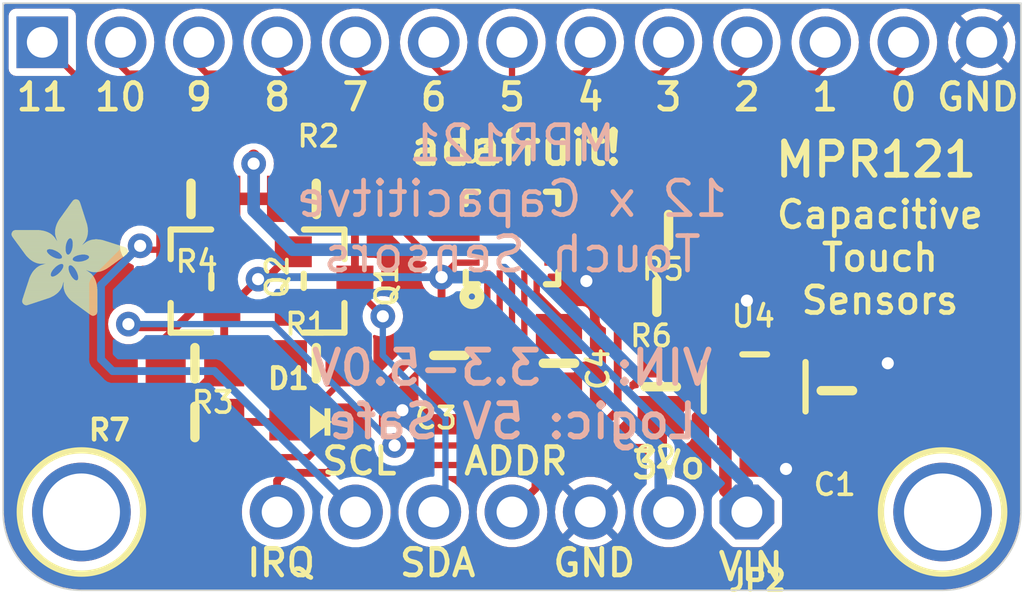
<source format=kicad_pcb>
(kicad_pcb (version 20221018) (generator pcbnew)
  (layers (0 "F.Cu" signal) (31 "B.Cu" signal) (34 "B.Paste" user) (35 "F.Paste" user) (36 "B.SilkS" user "B.Silkscreen") (37 "F.SilkS" user "F.Silkscreen") (38 "B.Mask" user) (39 "F.Mask" user) (44 "Edge.Cuts" user))
  (net 0 "")
  (net 1 "3.3V")
  (net 2 "GND")
  (net 3 "SCL_3V")
  (net 4 "SDA_3V")
  (net 5 "VIN")
  (net 6 "SDA_5V")
  (net 7 "SCL_5V")
  (net 8 "N$2")
  (net 9 "N$3")
  (net 10 "IRQ")
  (net 11 "ELEC0")
  (net 12 "ELEC1")
  (net 13 "ELEC2")
  (net 14 "ELEC3")
  (net 15 "ELEC4")
  (net 16 "ELEC5")
  (net 17 "ELEC6")
  (net 18 "ELEC7")
  (net 19 "ELEC8")
  (net 20 "ELEC9")
  (net 21 "ELEC10")
  (net 22 "ELEC11")
  (net 23 "N$1")
  (net 24 "ADDR")
  (footprint "working:0805-NO" (layer "F.Cu") (at 153.3271 107.9246 90)
    (fp_text reference "C2" (at -2.286 0.5715) (layer "F.SilkS") (effects (font (size 0.692831 0.692831) (thickness 0.119969)) (justify right)))
    (fp_text value "10uF")
    (pad "1" smd rect (at -0.95 0 90) (size 1.3 1.5) (layers "F.Cu" "F.Paste" "F.Mask") (net 1 "3.3V"))
    (pad "2" smd rect (at 0.95 0 90) (size 1.3 1.5) (layers "F.Cu" "F.Paste" "F.Mask") (net 2 "GND"))
  )
  (footprint "working:MOUNTINGHOLE_2.5_PLATED" (layer "F.Cu") (at 134.5311 111.9886 180)
    (fp_text reference "U$10" hide)
    (fp_text value "MOUNTINGHOLE2.5" hide)
    (pad "P$1" thru_hole circle (at 0 0 180) (size 3.2 3.2) (drill 2.5) (layers "*.Cu" "*.Mask"))
    (zone (net 0) (net_name "") (layer "F.Cu") (connect_pads (clearance 0)) (min_thickness 0.25)
      (keepout (tracks not_allowed) (vias not_allowed) (pads not_allowed) (copperpour not_allowed) (footprints allowed))
      (fill (thermal_gap 0.5) (thermal_bridge_width 0.5))
      (polygon (pts (xy 132.5151 111.9886) (xy 132.53472 112.269173) (xy 132.593196 112.544285) (xy 132.689392 112.808581) (xy 132.821435 113.056917) (xy 132.986754 113.28446) (xy 133.182133 113.48678) (xy 133.403767 113.65994) (xy 133.647344 113.800569) (xy 133.908122 113.90593) (xy 134.181025 113.973972) (xy 134.460743 114.003372) (xy 134.741829 113.993556) (xy 135.018815 113.944716) (xy 135.286307 113.857803) (xy 135.5391 113.734507) (xy 135.772274 113.57723) (xy 135.981289 113.389031) (xy 136.162078 113.173575) (xy 136.311122 112.935055) (xy 136.42552 112.678113) (xy 136.503046 112.40775) (xy 136.542189 112.129229) (xy 136.542189 111.847971) (xy 136.503046 111.56945) (xy 136.42552 111.299087) (xy 136.311122 111.042145) (xy 136.162078 110.803625) (xy 135.981289 110.588169) (xy 135.772274 110.39997) (xy 135.5391 110.242693) (xy 135.286307 110.119397) (xy 135.018815 110.032484) (xy 134.741829 109.983644) (xy 134.460743 109.973828) (xy 134.181025 110.003228) (xy 133.908122 110.07127) (xy 133.647344 110.176631) (xy 133.403767 110.31726) (xy 133.182133 110.49042) (xy 132.986754 110.69274) (xy 132.821435 110.920283) (xy 132.689392 111.168619) (xy 132.593196 111.432915) (xy 132.53472 111.708027)))
      (polygon (pts (xy 134.5471 111.9886) (xy 134.542414 111.977286) (xy 134.5311 111.9726) (xy 134.519786 111.977286) (xy 134.5151 111.9886) (xy 134.519786 111.999914) (xy 134.5311 112.0046) (xy 134.542414 111.999914)))
    )
    (zone (net 0) (net_name "") (layer "B.Cu") (connect_pads (clearance 0)) (min_thickness 0.25)
      (keepout (tracks not_allowed) (vias not_allowed) (pads not_allowed) (copperpour not_allowed) (footprints allowed))
      (fill (thermal_gap 0.5) (thermal_bridge_width 0.5))
      (polygon (pts (xy 132.5151 111.9886) (xy 132.53472 112.269173) (xy 132.593196 112.544285) (xy 132.689392 112.808581) (xy 132.821435 113.056917) (xy 132.986754 113.28446) (xy 133.182133 113.48678) (xy 133.403767 113.65994) (xy 133.647344 113.800569) (xy 133.908122 113.90593) (xy 134.181025 113.973972) (xy 134.460743 114.003372) (xy 134.741829 113.993556) (xy 135.018815 113.944716) (xy 135.286307 113.857803) (xy 135.5391 113.734507) (xy 135.772274 113.57723) (xy 135.981289 113.389031) (xy 136.162078 113.173575) (xy 136.311122 112.935055) (xy 136.42552 112.678113) (xy 136.503046 112.40775) (xy 136.542189 112.129229) (xy 136.542189 111.847971) (xy 136.503046 111.56945) (xy 136.42552 111.299087) (xy 136.311122 111.042145) (xy 136.162078 110.803625) (xy 135.981289 110.588169) (xy 135.772274 110.39997) (xy 135.5391 110.242693) (xy 135.286307 110.119397) (xy 135.018815 110.032484) (xy 134.741829 109.983644) (xy 134.460743 109.973828) (xy 134.181025 110.003228) (xy 133.908122 110.07127) (xy 133.647344 110.176631) (xy 133.403767 110.31726) (xy 133.182133 110.49042) (xy 132.986754 110.69274) (xy 132.821435 110.920283) (xy 132.689392 111.168619) (xy 132.593196 111.432915) (xy 132.53472 111.708027)))
      (polygon (pts (xy 134.5471 111.9886) (xy 134.542414 111.977286) (xy 134.5311 111.9726) (xy 134.519786 111.977286) (xy 134.5151 111.9886) (xy 134.519786 111.999914) (xy 134.5311 112.0046) (xy 134.542414 111.999914)))
    )
  )
  (footprint "working:CHIPLED_0805_NOOUTLINE" (layer "F.Cu") (at 142.2781 109.0676 -90)
    (fp_text reference "D1" (at -1.016 1.778) (layer "F.SilkS") (effects (font (size 0.666496 0.666496) (thickness 0.146304)) (justify left bottom)))
    (fp_text value "RED")
    (pad "A" smd rect (at 0 1.05 270) (size 1.2 1.2) (layers "F.Cu" "F.Paste" "F.Mask") (net 23 "N$1"))
    (pad "C" smd rect (at 0 -1.05 270) (size 1.2 1.2) (layers "F.Cu" "F.Paste" "F.Mask") (net 10 "IRQ"))
  )
  (footprint "working:FIDUCIAL_1MM" (layer "F.Cu") (at 133.3881 100.3046 180)
    (fp_text reference "FID2" hide)
    (fp_text value "FIDUCIAL\"\"" hide)
    (pad "1" smd roundrect (at 0 0 180) (size 1 1) (layers "F.Cu" "F.Mask") (roundrect_rratio 0.5))
  )
  (footprint "working:0805-NO" (layer "F.Cu") (at 138.2141 109.0676 180)
    (fp_text reference "R7" (at 2.032 0.127 180) (layer "F.SilkS") (effects (font (size 0.666496 0.666496) (thickness 0.146304)) (justify right top)))
    (fp_text value "1K")
    (pad "1" smd rect (at -0.95 0 180) (size 1.3 1.5) (layers "F.Cu" "F.Paste" "F.Mask") (net 23 "N$1"))
    (pad "2" smd rect (at 0.95 0 180) (size 1.3 1.5) (layers "F.Cu" "F.Paste" "F.Mask") (net 1 "3.3V"))
  )
  (footprint "working:0805_10MGAP" (layer "F.Cu") (at 146.4691 106.9086 -90)
    (fp_text reference "C3" (at 2.032 -0.3175) (layer "F.SilkS") (effects (font (size 0.692831 0.692831) (thickness 0.119969)) (justify right)))
    (fp_text value "0.1uF")
    (pad "1" smd rect (at -1.05 0 270) (size 1.2 1.5) (layers "F.Cu" "F.Paste" "F.Mask") (net 1 "3.3V"))
    (pad "2" smd rect (at 1.05 0 270) (size 1.2 1.5) (layers "F.Cu" "F.Paste" "F.Mask") (net 2 "GND"))
  )
  (footprint "working:1X13_ROUND_70" (layer "F.Cu") (at 148.5011 96.7486)
    (fp_text reference "JP1" hide)
    (fp_text value "")
    (pad "1" thru_hole rect (at -15.24 0 90) (size 1.6764 1.6764) (drill 1) (layers "*.Cu" "*.Mask") (net 22 "ELEC11"))
    (pad "2" thru_hole circle (at -12.7 0 90) (size 1.6764 1.6764) (drill 1) (layers "*.Cu" "*.Mask") (net 21 "ELEC10"))
    (pad "3" thru_hole circle (at -10.16 0 90) (size 1.6764 1.6764) (drill 1) (layers "*.Cu" "*.Mask") (net 20 "ELEC9"))
    (pad "4" thru_hole circle (at -7.62 0 90) (size 1.6764 1.6764) (drill 1) (layers "*.Cu" "*.Mask") (net 19 "ELEC8"))
    (pad "5" thru_hole circle (at -5.08 0 90) (size 1.6764 1.6764) (drill 1) (layers "*.Cu" "*.Mask") (net 18 "ELEC7"))
    (pad "6" thru_hole circle (at -2.54 0 90) (size 1.6764 1.6764) (drill 1) (layers "*.Cu" "*.Mask") (net 17 "ELEC6"))
    (pad "7" thru_hole circle (at 0 0 90) (size 1.6764 1.6764) (drill 1) (layers "*.Cu" "*.Mask") (net 16 "ELEC5"))
    (pad "8" thru_hole circle (at 2.54 0 90) (size 1.6764 1.6764) (drill 1) (layers "*.Cu" "*.Mask") (net 15 "ELEC4"))
    (pad "9" thru_hole circle (at 5.08 0 90) (size 1.6764 1.6764) (drill 1) (layers "*.Cu" "*.Mask") (net 14 "ELEC3"))
    (pad "10" thru_hole circle (at 7.62 0 90) (size 1.6764 1.6764) (drill 1) (layers "*.Cu" "*.Mask") (net 13 "ELEC2"))
    (pad "11" thru_hole circle (at 10.16 0 90) (size 1.6764 1.6764) (drill 1) (layers "*.Cu" "*.Mask") (net 12 "ELEC1"))
    (pad "12" thru_hole circle (at 12.7 0 90) (size 1.6764 1.6764) (drill 1) (layers "*.Cu" "*.Mask") (net 11 "ELEC0"))
    (pad "13" thru_hole circle (at 15.24 0 90) (size 1.6764 1.6764) (drill 1) (layers "*.Cu" "*.Mask") (net 2 "GND"))
  )
  (footprint "working:0805-NO" (layer "F.Cu") (at 142.1511 107.1626 180)
    (fp_text reference "R1" (at 1.0795 1.27) (layer "F.SilkS") (effects (font (size 0.692831 0.692831) (thickness 0.119969)) (justify left)))
    (fp_text value "10K")
    (pad "1" smd rect (at -0.95 0 180) (size 1.3 1.5) (layers "F.Cu" "F.Paste" "F.Mask") (net 4 "SDA_3V"))
    (pad "2" smd rect (at 0.95 0 180) (size 1.3 1.5) (layers "F.Cu" "F.Paste" "F.Mask") (net 1 "3.3V"))
  )
  (footprint "working:0805-NO" (layer "F.Cu") (at 150.0251 107.1626 -90)
    (fp_text reference "C4" (at -0.5715 -1.27 90) (layer "F.SilkS") (effects (font (size 0.692831 0.692831) (thickness 0.119969)) (justify right)))
    (fp_text value "0.1uF")
    (pad "1" smd rect (at -0.95 0 270) (size 1.3 1.5) (layers "F.Cu" "F.Paste" "F.Mask") (net 8 "N$2"))
    (pad "2" smd rect (at 0.95 0 270) (size 1.3 1.5) (layers "F.Cu" "F.Paste" "F.Mask") (net 2 "GND"))
  )
  (footprint "working:0805-NO" (layer "F.Cu") (at 153.2001 105.0036 180)
    (fp_text reference "R6" (at -0.5715 -1.27) (layer "F.SilkS") (effects (font (size 0.692831 0.692831) (thickness 0.119969)) (justify right)))
    (fp_text value "100K")
    (pad "1" smd rect (at -0.95 0 180) (size 1.3 1.5) (layers "F.Cu" "F.Paste" "F.Mask") (net 2 "GND"))
    (pad "2" smd rect (at 0.95 0 180) (size 1.3 1.5) (layers "F.Cu" "F.Paste" "F.Mask") (net 24 "ADDR"))
  )
  (footprint "working:SOT23-5" (layer "F.Cu") (at 156.3751 107.9246)
    (fp_text reference "U4" (at -0.816 -2.286) (layer "F.SilkS") (effects (font (size 0.692831 0.692831) (thickness 0.119969)) (justify left)))
    (fp_text value "MIC5225-3.3")
    (pad "1" smd rect (at -0.95 1.3001) (size 0.55 1.2) (layers "F.Cu" "F.Paste" "F.Mask") (net 5 "VIN"))
    (pad "2" smd rect (at 0 1.3001) (size 0.55 1.2) (layers "F.Cu" "F.Paste" "F.Mask") (net 2 "GND"))
    (pad "3" smd rect (at 0.95 1.3001) (size 0.55 1.2) (layers "F.Cu" "F.Paste" "F.Mask") (net 5 "VIN"))
    (pad "4" smd rect (at 0.95 -1.3001) (size 0.55 1.2) (layers "F.Cu" "F.Paste" "F.Mask"))
    (pad "5" smd rect (at -0.95 -1.3001) (size 0.55 1.2) (layers "F.Cu" "F.Paste" "F.Mask") (net 1 "3.3V"))
  )
  (footprint "working:SOT23-WIDE" (layer "F.Cu") (at 138.0871 104.4956 90)
    (fp_text reference "Q2" (at -0.635 2.794 90) (layer "F.SilkS") (effects (font (size 0.692831 0.692831) (thickness 0.119969)) (justify left)))
    (fp_text value "BSS138")
    (pad "1" smd rect (at -0.95 1 90) (size 1 1.2) (layers "F.Cu" "F.Paste" "F.Mask") (net 1 "3.3V"))
    (pad "2" smd rect (at 0.95 1 90) (size 1 1.2) (layers "F.Cu" "F.Paste" "F.Mask") (net 3 "SCL_3V"))
    (pad "3" smd rect (at 0 -1 90) (size 1 1.2) (layers "F.Cu" "F.Paste" "F.Mask") (net 7 "SCL_5V"))
  )
  (footprint "working:0805-NO" (layer "F.Cu") (at 159.0421 108.0516 90)
    (fp_text reference "C1" (at -3.048 -0.8255) (layer "F.SilkS") (effects (font (size 0.692831 0.692831) (thickness 0.119969)) (justify left)))
    (fp_text value "10uF")
    (pad "1" smd rect (at -0.95 0 90) (size 1.3 1.5) (layers "F.Cu" "F.Paste" "F.Mask") (net 5 "VIN"))
    (pad "2" smd rect (at 0.95 0 90) (size 1.3 1.5) (layers "F.Cu" "F.Paste" "F.Mask") (net 2 "GND"))
  )
  (footprint "working:0805-NO" (layer "F.Cu") (at 138.0871 101.8286)
    (fp_text reference "R4" (at -0.5715 2.032) (layer "F.SilkS") (effects (font (size 0.692831 0.692831) (thickness 0.119969)) (justify left)))
    (fp_text value "10K")
    (pad "1" smd rect (at -0.95 0) (size 1.3 1.5) (layers "F.Cu" "F.Paste" "F.Mask") (net 7 "SCL_5V"))
    (pad "2" smd rect (at 0.95 0) (size 1.3 1.5) (layers "F.Cu" "F.Paste" "F.Mask") (net 5 "VIN"))
  )
  (footprint "working:1X07_ROUND_70" (layer "F.Cu") (at 148.5011 111.9886 180)
    (fp_text reference "JP2" (at -8.9662 -1.8288 180) (layer "F.SilkS") (effects (font (size 0.666496 0.666496) (thickness 0.146304)) (justify right top)))
    (fp_text value "")
    (pad "1" thru_hole roundrect (at -7.62 0 270) (size 1.778 1.778) (drill 1) (layers "*.Cu" "*.Mask") (chamfer_ratio 0.2928932188) (chamfer top_left top_right bottom_left bottom_right) (net 5 "VIN"))
    (pad "2" thru_hole circle (at -5.08 0 270) (size 1.778 1.778) (drill 1) (layers "*.Cu" "*.Mask") (net 1 "3.3V"))
    (pad "3" thru_hole circle (at -2.54 0 270) (size 1.778 1.778) (drill 1) (layers "*.Cu" "*.Mask") (net 2 "GND"))
    (pad "4" thru_hole circle (at 0 0 270) (size 1.778 1.778) (drill 1) (layers "*.Cu" "*.Mask") (net 24 "ADDR"))
    (pad "5" thru_hole circle (at 2.54 0 270) (size 1.778 1.778) (drill 1) (layers "*.Cu" "*.Mask") (net 6 "SDA_5V"))
    (pad "6" thru_hole circle (at 5.08 0 270) (size 1.778 1.778) (drill 1) (layers "*.Cu" "*.Mask") (net 7 "SCL_5V"))
    (pad "7" thru_hole circle (at 7.62 0 270) (size 1.778 1.778) (drill 1) (layers "*.Cu" "*.Mask") (net 10 "IRQ"))
  )
  (footprint "working:0805-NO" (layer "F.Cu") (at 138.2141 107.1626)
    (fp_text reference "R3" (at 1.3335 1.27) (layer "F.SilkS") (effects (font (size 0.692831 0.692831) (thickness 0.119969)) (justify right)))
    (fp_text value "10K")
    (pad "1" smd rect (at -0.95 0) (size 1.3 1.5) (layers "F.Cu" "F.Paste" "F.Mask") (net 3 "SCL_3V"))
    (pad "2" smd rect (at 0.95 0) (size 1.3 1.5) (layers "F.Cu" "F.Paste" "F.Mask") (net 1 "3.3V"))
  )
  (footprint "working:FIDUCIAL_1MM" (layer "F.Cu") (at 163.4871 108.6866 180)
    (fp_text reference "FID1" hide)
    (fp_text value "FIDUCIAL\"\"" hide)
    (pad "1" smd roundrect (at 0 0 180) (size 1 1) (layers "F.Cu" "F.Mask") (roundrect_rratio 0.5))
  )
  (footprint "working:QFN20_3MM_NOTHERMAL" (layer "F.Cu") (at 148.5011 103.0986 90)
    (fp_text reference "U1" (at 2.794 -0.254) (layer "F.SilkS") (effects (font (size 0.692831 0.692831) (thickness 0.119969)) (justify right)))
    (fp_text value "")
    (pad "1" smd rect (at -1.4 -0.8 270) (size 0.7 0.2) (layers "F.Cu" "F.Paste" "F.Mask") (net 10 "IRQ"))
    (pad "2" smd rect (at -1.4 -0.4 270) (size 0.7 0.2) (layers "F.Cu" "F.Paste" "F.Mask") (net 3 "SCL_3V"))
    (pad "3" smd rect (at -1.4 0 270) (size 0.7 0.2) (layers "F.Cu" "F.Paste" "F.Mask") (net 4 "SDA_3V"))
    (pad "4" smd rect (at -1.4 0.4 270) (size 0.7 0.2) (layers "F.Cu" "F.Paste" "F.Mask") (net 24 "ADDR"))
    (pad "5" smd rect (at -1.4 0.8 270) (size 0.7 0.2) (layers "F.Cu" "F.Paste" "F.Mask") (net 8 "N$2"))
    (pad "6" smd rect (at -0.8 1.4 180) (size 0.7 0.2) (layers "F.Cu" "F.Paste" "F.Mask") (net 2 "GND"))
    (pad "7" smd rect (at -0.4 1.4 180) (size 0.7 0.2) (layers "F.Cu" "F.Paste" "F.Mask") (net 9 "N$3"))
    (pad "8" smd rect (at 0 1.4 180) (size 0.7 0.2) (layers "F.Cu" "F.Paste" "F.Mask") (net 11 "ELEC0"))
    (pad "9" smd rect (at 0.4 1.4 180) (size 0.7 0.2) (layers "F.Cu" "F.Paste" "F.Mask") (net 12 "ELEC1"))
    (pad "10" smd rect (at 0.8 1.4 180) (size 0.7 0.2) (layers "F.Cu" "F.Paste" "F.Mask") (net 13 "ELEC2"))
    (pad "11" smd rect (at 1.4 0.8 270) (size 0.7 0.2) (layers "F.Cu" "F.Paste" "F.Mask") (net 14 "ELEC3"))
    (pad "12" smd rect (at 1.4 0.4 270) (size 0.7 0.2) (layers "F.Cu" "F.Paste" "F.Mask") (net 15 "ELEC4"))
    (pad "13" smd rect (at 1.4 0 270) (size 0.7 0.2) (layers "F.Cu" "F.Paste" "F.Mask") (net 16 "ELEC5"))
    (pad "14" smd rect (at 1.4 -0.4 270) (size 0.7 0.2) (layers "F.Cu" "F.Paste" "F.Mask") (net 17 "ELEC6"))
    (pad "15" smd rect (at 1.4 -0.8 270) (size 0.7 0.2) (layers "F.Cu" "F.Paste" "F.Mask") (net 18 "ELEC7"))
    (pad "16" smd rect (at 0.8 -1.4 180) (size 0.7 0.2) (layers "F.Cu" "F.Paste" "F.Mask") (net 19 "ELEC8"))
    (pad "17" smd rect (at 0.4 -1.4 180) (size 0.7 0.2) (layers "F.Cu" "F.Paste" "F.Mask") (net 20 "ELEC9"))
    (pad "18" smd rect (at 0 -1.4 180) (size 0.7 0.2) (layers "F.Cu" "F.Paste" "F.Mask") (net 21 "ELEC10"))
    (pad "19" smd rect (at -0.4 -1.4 180) (size 0.7 0.2) (layers "F.Cu" "F.Paste" "F.Mask") (net 22 "ELEC11"))
    (pad "20" smd rect (at -0.8 -1.4 180) (size 0.7 0.2) (layers "F.Cu" "F.Paste" "F.Mask") (net 1 "3.3V"))
  )
  (footprint "working:MOUNTINGHOLE_2.5_PLATED" (layer "F.Cu") (at 162.4711 111.9886 180)
    (fp_text reference "U$11" hide)
    (fp_text value "MOUNTINGHOLE2.5" hide)
    (pad "P$1" thru_hole circle (at 0 0 180) (size 3.2 3.2) (drill 2.5) (layers "*.Cu" "*.Mask"))
    (zone (net 0) (net_name "") (layer "F.Cu") (connect_pads (clearance 0)) (min_thickness 0.25)
      (keepout (tracks not_allowed) (vias not_allowed) (pads not_allowed) (copperpour not_allowed) (footprints allowed))
      (fill (thermal_gap 0.5) (thermal_bridge_width 0.5))
      (polygon (pts (xy 160.4551 111.9886) (xy 160.47472 112.269173) (xy 160.533196 112.544285) (xy 160.629392 112.808581) (xy 160.761435 113.056917) (xy 160.926754 113.28446) (xy 161.122133 113.48678) (xy 161.343767 113.65994) (xy 161.587344 113.800569) (xy 161.848122 113.90593) (xy 162.121025 113.973972) (xy 162.400743 114.003372) (xy 162.681829 113.993556) (xy 162.958815 113.944716) (xy 163.226307 113.857803) (xy 163.4791 113.734507) (xy 163.712274 113.57723) (xy 163.921289 113.389031) (xy 164.102078 113.173575) (xy 164.251122 112.935055) (xy 164.36552 112.678113) (xy 164.443046 112.40775) (xy 164.482189 112.129229) (xy 164.482189 111.847971) (xy 164.443046 111.56945) (xy 164.36552 111.299087) (xy 164.251122 111.042145) (xy 164.102078 110.803625) (xy 163.921289 110.588169) (xy 163.712274 110.39997) (xy 163.4791 110.242693) (xy 163.226307 110.119397) (xy 162.958815 110.032484) (xy 162.681829 109.983644) (xy 162.400743 109.973828) (xy 162.121025 110.003228) (xy 161.848122 110.07127) (xy 161.587344 110.176631) (xy 161.343767 110.31726) (xy 161.122133 110.49042) (xy 160.926754 110.69274) (xy 160.761435 110.920283) (xy 160.629392 111.168619) (xy 160.533196 111.432915) (xy 160.47472 111.708027)))
      (polygon (pts (xy 162.4871 111.9886) (xy 162.482414 111.977286) (xy 162.4711 111.9726) (xy 162.459786 111.977286) (xy 162.4551 111.9886) (xy 162.459786 111.999914) (xy 162.4711 112.0046) (xy 162.482414 111.999914)))
    )
    (zone (net 0) (net_name "") (layer "B.Cu") (connect_pads (clearance 0)) (min_thickness 0.25)
      (keepout (tracks not_allowed) (vias not_allowed) (pads not_allowed) (copperpour not_allowed) (footprints allowed))
      (fill (thermal_gap 0.5) (thermal_bridge_width 0.5))
      (polygon (pts (xy 160.4551 111.9886) (xy 160.47472 112.269173) (xy 160.533196 112.544285) (xy 160.629392 112.808581) (xy 160.761435 113.056917) (xy 160.926754 113.28446) (xy 161.122133 113.48678) (xy 161.343767 113.65994) (xy 161.587344 113.800569) (xy 161.848122 113.90593) (xy 162.121025 113.973972) (xy 162.400743 114.003372) (xy 162.681829 113.993556) (xy 162.958815 113.944716) (xy 163.226307 113.857803) (xy 163.4791 113.734507) (xy 163.712274 113.57723) (xy 163.921289 113.389031) (xy 164.102078 113.173575) (xy 164.251122 112.935055) (xy 164.36552 112.678113) (xy 164.443046 112.40775) (xy 164.482189 112.129229) (xy 164.482189 111.847971) (xy 164.443046 111.56945) (xy 164.36552 111.299087) (xy 164.251122 111.042145) (xy 164.102078 110.803625) (xy 163.921289 110.588169) (xy 163.712274 110.39997) (xy 163.4791 110.242693) (xy 163.226307 110.119397) (xy 162.958815 110.032484) (xy 162.681829 109.983644) (xy 162.400743 109.973828) (xy 162.121025 110.003228) (xy 161.848122 110.07127) (xy 161.587344 110.176631) (xy 161.343767 110.31726) (xy 161.122133 110.49042) (xy 160.926754 110.69274) (xy 160.761435 110.920283) (xy 160.629392 111.168619) (xy 160.533196 111.432915) (xy 160.47472 111.708027)))
      (polygon (pts (xy 162.4871 111.9886) (xy 162.482414 111.977286) (xy 162.4711 111.9726) (xy 162.459786 111.977286) (xy 162.4551 111.9886) (xy 162.459786 111.999914) (xy 162.4711 112.0046) (xy 162.482414 111.999914)))
    )
  )
  (footprint "working:ADAFRUIT_3.5MM" (layer "F.Cu") (at 132.2451 105.6386)
    (fp_text reference "U$14" hide)
    (fp_text value "" hide)
  )
  (footprint "working:0805-NO" (layer "F.Cu") (at 153.5811 102.8446 180)
    (fp_text reference "R5" (at -0.5715 -1.27) (layer "F.SilkS") (effects (font (size 0.692831 0.692831) (thickness 0.119969)) (justify right)))
    (fp_text value "75K")
    (pad "1" smd rect (at -0.95 0 180) (size 1.3 1.5) (layers "F.Cu" "F.Paste" "F.Mask") (net 2 "GND"))
    (pad "2" smd rect (at 0.95 0 180) (size 1.3 1.5) (layers "F.Cu" "F.Paste" "F.Mask") (net 9 "N$3"))
  )
  (footprint "working:SOT23-WIDE" (layer "F.Cu") (at 142.4051 104.4956 -90)
    (fp_text reference "Q1" (at -0.635 -2.032 90) (layer "F.SilkS") (effects (font (size 0.692831 0.692831) (thickness 0.119969)) (justify right)))
    (fp_text value "BSS138")
    (pad "1" smd rect (at -0.95 1 270) (size 1 1.2) (layers "F.Cu" "F.Paste" "F.Mask") (net 1 "3.3V"))
    (pad "2" smd rect (at 0.95 1 270) (size 1 1.2) (layers "F.Cu" "F.Paste" "F.Mask") (net 4 "SDA_3V"))
    (pad "3" smd rect (at 0 -1 270) (size 1 1.2) (layers "F.Cu" "F.Paste" "F.Mask") (net 6 "SDA_5V"))
  )
  (footprint "working:0805-NO" (layer "F.Cu") (at 142.1511 101.8286 180)
    (fp_text reference "R2" (at -0.8255 2.032) (layer "F.SilkS") (effects (font (size 0.692831 0.692831) (thickness 0.119969)) (justify right)))
    (fp_text value "10K")
    (pad "1" smd rect (at -0.95 0 180) (size 1.3 1.5) (layers "F.Cu" "F.Paste" "F.Mask") (net 6 "SDA_5V"))
    (pad "2" smd rect (at 0.95 0 180) (size 1.3 1.5) (layers "F.Cu" "F.Paste" "F.Mask") (net 5 "VIN"))
  )
  (gr_arc (start 134.5311 114.5286) (mid 132.735049 113.784651) (end 131.9911 111.9886) (stroke (width 0.05)) (layer "Edge.Cuts"))
  (gr_line (start 165.0111 95.4786) (end 165.0111 111.9886) (stroke (width 0.05)) (layer "Edge.Cuts"))
  (gr_arc (start 165.0111 111.9886) (mid 164.267151 113.784651) (end 162.4711 114.5286) (stroke (width 0.05)) (layer "Edge.Cuts"))
  (gr_line (start 131.9911 111.9886) (end 131.9911 95.4786) (stroke (width 0.05)) (layer "Edge.Cuts"))
  (gr_line (start 131.9911 95.4786) (end 165.0111 95.4786) (stroke (width 0.05)) (layer "Edge.Cuts"))
  (gr_line (start 162.4711 114.5286) (end 134.5311 114.5286) (stroke (width 0.05)) (layer "Edge.Cuts"))
  (gr_text "MPR121\n12 x Capacititve\nTouch Sensors" (at 148.5011 101.8286) (layer "B.SilkS") (effects (font (size 1.1176 1.1176) (thickness 0.1524)) (justify mirror)))
  (gr_text "VIN:   3.3-5.0V\nLogic: 5V Safe" (at 148.5011 108.1786) (layer "B.SilkS") (effects (font (size 1.0795 1.0795) (thickness 0.1905)) (justify mirror)))
  (gr_text "4" (at 151.0411 98.5266) (layer "F.SilkS") (effects (font (size 0.8636 0.8636) (thickness 0.1524))))
  (gr_text "10" (at 135.8011 98.5266) (layer "F.SilkS") (effects (font (size 0.8636 0.8636) (thickness 0.1524))))
  (gr_text "SDA" (at 146.0881 113.6396) (layer "F.SilkS") (effects (font (size 0.8636 0.8636) (thickness 0.1524))))
  (gr_text "9" (at 138.3411 98.5266) (layer "F.SilkS") (effects (font (size 0.8636 0.8636) (thickness 0.1524))))
  (gr_text "Capacitive\nTouch\nSensors" (at 160.4391 103.7336) (layer "F.SilkS") (effects (font (size 0.8636 0.8636) (thickness 0.1524))))
  (gr_text "adafruit!" (at 148.6281 100.1776) (layer "F.SilkS") (effects (font (size 1.0795 1.0795) (thickness 0.1905))))
  (gr_text "0" (at 161.2011 98.5266) (layer "F.SilkS") (effects (font (size 0.8636 0.8636) (thickness 0.1524))))
  (gr_text "IRQ" (at 141.0081 113.6396) (layer "F.SilkS") (effects (font (size 0.8636 0.8636) (thickness 0.1524))))
  (gr_text "6" (at 145.9611 98.5266) (layer "F.SilkS") (effects (font (size 0.8636 0.8636) (thickness 0.1524))))
  (gr_text "7" (at 143.4211 98.5266) (layer "F.SilkS") (effects (font (size 0.8636 0.8636) (thickness 0.1524))))
  (gr_text "SCL" (at 143.5481 110.3376) (layer "F.SilkS") (effects (font (size 0.8636 0.8636) (thickness 0.1524))))
  (gr_text "3Vo" (at 153.5811 110.4646) (layer "F.SilkS") (effects (font (size 0.8636 0.8636) (thickness 0.1524))))
  (gr_text "2" (at 156.1211 98.5266) (layer "F.SilkS") (effects (font (size 0.8636 0.8636) (thickness 0.1524))))
  (gr_text "3" (at 153.5811 98.5266) (layer "F.SilkS") (effects (font (size 0.8636 0.8636) (thickness 0.1524))))
  (gr_text "MPR121" (at 160.3121 100.5586) (layer "F.SilkS") (effects (font (size 1.0795 1.0795) (thickness 0.1905))))
  (gr_text "5" (at 148.5011 98.5266) (layer "F.SilkS") (effects (font (size 0.8636 0.8636) (thickness 0.1524))))
  (gr_text "1" (at 158.6611 98.5266) (layer "F.SilkS") (effects (font (size 0.8636 0.8636) (thickness 0.1524))))
  (gr_text "GND" (at 163.6141 98.5266) (layer "F.SilkS") (effects (font (size 0.8636 0.8636) (thickness 0.1524))))
  (gr_text "GND" (at 151.1681 113.6396) (layer "F.SilkS") (effects (font (size 0.8636 0.8636) (thickness 0.1524))))
  (gr_text "ADDR" (at 148.6281 110.3376) (layer "F.SilkS") (effects (font (size 0.8636 0.8636) (thickness 0.1524))))
  (gr_text "VIN" (at 156.2481 113.7666) (layer "F.SilkS") (effects (font (size 0.8636 0.8636) (thickness 0.1524))))
  (gr_text "11" (at 133.2611 98.5266) (layer "F.SilkS") (effects (font (size 0.8636 0.8636) (thickness 0.1524))))
  (gr_text "8" (at 140.8811 98.5266) (layer "F.SilkS") (effects (font (size 0.8636 0.8636) (thickness 0.1524))))
  (segment (start 139.1641 107.1626) (end 141.2011 107.1626) (width 0.254) (layer "F.Cu") (net 1))
  (segment (start 155.4251 107.0966) (end 153.6471 108.8746) (width 0.4064) (layer "F.Cu") (net 1))
  (segment (start 139.2511 105.4456) (end 139.0871 105.4456) (width 0.254) (layer "F.Cu") (net 1))
  (segment (start 139.1641 107.1676) (end 139.1641 107.1626) (width 0.254) (layer "F.Cu") (net 1))
  (segment (start 140.26249 104.43421) (end 139.2511 105.4456) (width 0.254) (layer "F.Cu") (net 1))
  (segment (start 140.51649 104.43421) (end 140.26249 104.43421) (width 0.254) (layer "F.Cu") (net 1))
  (segment (start 155.4251 106.6245) (end 155.4251 107.0966) (width 0.4064) (layer "F.Cu") (net 1))
  (segment (start 146.2151 105.6386) (end 146.2151 104.3686) (width 0.254) (layer "F.Cu") (net 1))
  (segment (start 141.4051 103.5456) (end 140.51649 104.43421) (width 0.254) (layer "F.Cu") (net 1))
  (segment (start 146.6851 103.8986) (end 146.2151 104.3686) (width 0.2032) (layer "F.Cu") (net 1))
  (segment (start 139.0871 105.4456) (end 139.1641 105.3686) (width 0.254) (layer "F.Cu") (net 1))
  (segment (start 153.3271 111.7346) (end 153.5811 111.9886) (width 0.4064) (layer "F.Cu") (net 1))
  (segment (start 139.1641 105.3686) (end 139.1641 107.1626) (width 0.254) (layer "F.Cu") (net 1))
  (segment (start 137.2641 109.0676) (end 139.1641 107.1676) (width 0.254) (layer "F.Cu") (net 1))
  (segment (start 153.6471 108.8746) (end 153.3271 108.8746) (width 0.4064) (layer "F.Cu") (net 1))
  (segment (start 146.2151 105.6386) (end 146.4691 105.8926) (width 0.254) (layer "F.Cu") (net 1))
  (segment (start 146.4691 105.8926) (end 146.4691 105.8586) (width 0.254) (layer "F.Cu") (net 1))
  (segment (start 153.3271 111.7346) (end 153.3271 108.8746) (width 0.4064) (layer "F.Cu") (net 1))
  (segment (start 147.1011 103.8986) (end 146.6851 103.8986) (width 0.2032) (layer "F.Cu") (net 1))
  (via (at 140.26249 104.43421) (size 0.8001) (drill 0.3937) (layers "F.Cu" "B.Cu") (net 1))
  (via (at 146.2151 104.3686) (size 0.8064) (drill 0.4) (layers "F.Cu" "B.Cu") (net 1))
  (segment (start 153.3271 109.9566) (end 153.3271 111.7346) (width 0.4064) (layer "B.Cu") (net 1))
  (segment (start 147.7391 104.3686) (end 153.3271 109.9566) (width 0.4064) (layer "B.Cu") (net 1))
  (segment (start 140.26249 104.43421) (end 140.3281 104.3686) (width 0.254) (layer "B.Cu") (net 1))
  (segment (start 153.3271 111.7346) (end 153.5811 111.9886) (width 0.4064) (layer "B.Cu") (net 1))
  (segment (start 140.3281 104.3686) (end 146.2151 104.3686) (width 0.254) (layer "B.Cu") (net 1))
  (segment (start 146.2151 104.3686) (end 147.7391 104.3686) (width 0.4064) (layer "B.Cu") (net 1))
  (segment (start 154.1501 105.0086) (end 154.1501 105.0036) (width 0.4064) (layer "F.Cu") (net 2))
  (segment (start 153.9621 105.1966) (end 154.1501 105.0086) (width 0.4064) (layer "F.Cu") (net 2))
  (segment (start 153.3271 106.9746) (end 153.3271 106.5276) (width 0.4064) (layer "F.Cu") (net 2))
  (segment (start 153.9621 105.8926) (end 153.9621 105.1966) (width 0.4064) (layer "F.Cu") (net 2))
  (segment (start 153.3271 106.5276) (end 153.9621 105.8926) (width 0.4064) (layer "F.Cu") (net 2))
  (via (at 144.9451 108.6866) (size 0.8001) (drill 0.3937) (layers "F.Cu" "B.Cu") (net 2))
  (via (at 156.1211 105.1306) (size 0.8001) (drill 0.3937) (layers "F.Cu" "B.Cu") (net 2))
  (via (at 150.9141 104.4956) (size 0.8001) (drill 0.3937) (layers "F.Cu" "B.Cu") (net 2))
  (via (at 157.3911 110.5916) (size 0.8001) (drill 0.3937) (layers "F.Cu" "B.Cu") (net 2))
  (via (at 160.6931 107.1626) (size 0.8001) (drill 0.3937) (layers "F.Cu" "B.Cu") (net 2))
  (segment (start 136.1821 106.0196) (end 137.5791 106.0196) (width 0.2032) (layer "F.Cu") (net 3))
  (segment (start 138.0871 105.5116) (end 137.5791 106.0196) (width 0.254) (layer "F.Cu") (net 3))
  (segment (start 138.0871 104.5456) (end 138.0871 105.5116) (width 0.254) (layer "F.Cu") (net 3))
  (segment (start 148.1011 104.4986) (end 148.1011 108.8326) (width 0.2032) (layer "F.Cu") (net 3))
  (segment (start 137.5791 106.0196) (end 137.2641 106.3346) (width 0.254) (layer "F.Cu") (net 3))
  (segment (start 148.1011 108.8326) (end 147.1041 109.8296) (width 0.2032) (layer "F.Cu") (net 3))
  (segment (start 137.2641 107.1626) (end 137.1371 107.2896) (width 0.254) (layer "F.Cu") (net 3))
  (segment (start 136.0551 105.8926) (end 136.1821 106.0196) (width 0.2032) (layer "F.Cu") (net 3))
  (segment (start 137.2641 106.3346) (end 137.2641 107.1626) (width 0.254) (layer "F.Cu") (net 3))
  (segment (start 139.0871 103.5456) (end 138.0871 104.5456) (width 0.254) (layer "F.Cu") (net 3))
  (segment (start 147.1041 109.8296) (end 144.6911 109.8296) (width 0.2032) (layer "F.Cu") (net 3))
  (via (at 136.0551 105.8926) (size 0.8001) (drill 0.3937) (layers "F.Cu" "B.Cu") (net 3))
  (via (at 144.6911 109.8296) (size 0.8001) (drill 0.3937) (layers "F.Cu" "B.Cu") (net 3))
  (segment (start 144.6911 109.8296) (end 140.7541 105.8926) (width 0.2032) (layer "B.Cu") (net 3))
  (segment (start 140.7541 105.8926) (end 136.0551 105.8926) (width 0.2032) (layer "B.Cu") (net 3))
  (segment (start 142.9131 107.7976) (end 142.9131 107.3506) (width 0.2032) (layer "F.Cu") (net 4))
  (segment (start 140.3731 113.3856) (end 139.6111 112.6236) (width 0.254) (layer "F.Cu") (net 4))
  (segment (start 144.6911 110.9726) (end 144.6911 112.8776) (width 0.254) (layer "F.Cu") (net 4))
  (segment (start 139.6111 112.6236) (end 139.6111 110.5916) (width 0.254) (layer "F.Cu") (net 4))
  (segment (start 148.5011 109.7026) (end 148.5011 109.5756) (width 0.2032) (layer "F.Cu") (net 4))
  (segment (start 139.9286 110.2741) (end 139.9921 110.2106) (width 0.2032) (layer "F.Cu") (net 4))
  (segment (start 147.7391 110.4646) (end 145.1991 110.4646) (width 0.2032) (layer "F.Cu") (net 4))
  (segment (start 141.8971 110.2106) (end 142.2781 109.8296) (width 0.2032) (layer "F.Cu") (net 4))
  (segment (start 143.0401 106.4006) (end 143.0401 107.1016) (width 0.254) (layer "F.Cu") (net 4))
  (segment (start 143.0401 107.1016) (end 143.1011 107.1626) (width 0.254) (layer "F.Cu") (net 4))
  (segment (start 142.0851 105.4456) (end 143.0401 106.4006) (width 0.254) (layer "F.Cu") (net 4))
  (segment (start 144.1831 113.3856) (end 140.3731 113.3856) (width 0.254) (layer "F.Cu") (net 4))
  (segment (start 148.5011 109.7026) (end 147.7391 110.4646) (width 0.2032) (layer "F.Cu") (net 4))
  (segment (start 144.6911 112.8776) (end 144.1831 113.3856) (width 0.254) (layer "F.Cu") (net 4))
  (segment (start 142.2781 109.8296) (end 142.2781 108.4326) (width 0.2032) (layer "F.Cu") (net 4))
  (segment (start 148.5011 104.4986) (end 148.5011 109.5756) (width 0.2032) (layer "F.Cu") (net 4))
  (segment (start 139.9921 110.2106) (end 141.8971 110.2106) (width 0.2032) (layer "F.Cu") (net 4))
  (segment (start 142.0851 105.4456) (end 141.4051 105.4456) (width 0.254) (layer "F.Cu") (net 4))
  (segment (start 139.6111 110.5916) (end 139.9286 110.2741) (width 0.254) (layer "F.Cu") (net 4))
  (segment (start 145.1991 110.4646) (end 144.6911 110.9726) (width 0.254) (layer "F.Cu") (net 4))
  (segment (start 142.2781 108.4326) (end 142.9131 107.7976) (width 0.2032) (layer "F.Cu") (net 4))
  (segment (start 142.9131 107.3506) (end 143.1011 107.1626) (width 0.2032) (layer "F.Cu") (net 4))
  (segment (start 155.3591 109.2247) (end 155.4251 109.2247) (width 0.4064) (layer "F.Cu") (net 5))
  (segment (start 157.3251 108.1786) (end 155.3591 108.1786) (width 0.4064) (layer "F.Cu") (net 5))
  (segment (start 155.4251 109.2247) (end 155.4251 111.2926) (width 0.4064) (layer "F.Cu") (net 5))
  (segment (start 157.3251 109.2247) (end 157.3251 108.1786) (width 0.4064) (layer "F.Cu") (net 5))
  (segment (start 158.819 109.2247) (end 157.3251 109.2247) (width 0.4064) (layer "F.Cu") (net 5))
  (segment (start 157.3251 109.2247) (end 157.3911 109.2907) (width 0.4064) (layer "F.Cu") (net 5))
  (segment (start 140.1191 100.6856) (end 140.1191 100.4316) (width 0.4064) (layer "F.Cu") (net 5))
  (segment (start 140.1191 101.8286) (end 140.1191 100.6856) (width 0.4064) (layer "F.Cu") (net 5))
  (segment (start 155.3591 108.1786) (end 155.3591 109.2247) (width 0.4064) (layer "F.Cu") (net 5))
  (segment (start 140.1191 102.2096) (end 140.1191 101.8286) (width 0.4064) (layer "F.Cu") (net 5))
  (segment (start 155.4251 111.2926) (end 156.1211 111.9886) (width 0.4064) (layer "F.Cu") (net 5))
  (segment (start 140.1191 101.8286) (end 139.0371 101.8286) (width 0.4064) (layer "F.Cu") (net 5))
  (segment (start 141.2011 101.8286) (end 140.1191 101.8286) (width 0.4064) (layer "F.Cu") (net 5))
  (segment (start 159.0421 109.0016) (end 158.819 109.2247) (width 0.4064) (layer "F.Cu") (net 5))
  (via (at 140.1191 100.6856) (size 0.8001) (drill 0.3937) (layers "F.Cu" "B.Cu") (net 5))
  (segment (start 156.1211 111.0996) (end 148.5011 103.4796) (width 0.4064) (layer "B.Cu") (net 5))
  (segment (start 141.3891 103.4796) (end 140.1191 102.2096) (width 0.4064) (layer "B.Cu") (net 5))
  (segment (start 156.1211 111.9886) (end 156.1211 111.0996) (width 0.4064) (layer "B.Cu") (net 5))
  (segment (start 140.1191 102.2096) (end 140.1191 100.6856) (width 0.4064) (layer "B.Cu") (net 5))
  (segment (start 148.5011 103.4796) (end 141.3891 103.4796) (width 0.4064) (layer "B.Cu") (net 5))
  (segment (start 143.1011 101.8286) (end 143.4051 102.1326) (width 0.254) (layer "F.Cu") (net 6))
  (segment (start 144.3101 105.6386) (end 143.4051 104.7336) (width 0.2032) (layer "F.Cu") (net 6))
  (segment (start 143.4051 104.7336) (end 143.4051 104.4956) (width 0.2032) (layer "F.Cu") (net 6))
  (segment (start 143.4051 102.1326) (end 143.4051 104.4956) (width 0.254) (layer "F.Cu") (net 6))
  (via (at 144.3101 105.6386) (size 0.8001) (drill 0.3937) (layers "F.Cu" "B.Cu") (net 6))
  (segment (start 145.9611 111.9886) (end 146.3421 111.6076) (width 0.2032) (layer "B.Cu") (net 6))
  (segment (start 144.3101 106.9086) (end 144.3101 105.6386) (width 0.2032) (layer "B.Cu") (net 6))
  (segment (start 146.3421 111.6076) (end 146.3421 108.9406) (width 0.2032) (layer "B.Cu") (net 6))
  (segment (start 146.3421 108.9406) (end 144.3101 106.9086) (width 0.2032) (layer "B.Cu") (net 6))
  (segment (start 136.5631 103.4796) (end 137.0871 103.4796) (width 0.2032) (layer "F.Cu") (net 7))
  (segment (start 137.0871 101.8786) (end 137.0871 103.4796) (width 0.254) (layer "F.Cu") (net 7))
  (segment (start 137.0871 103.4796) (end 137.0871 104.4956) (width 0.254) (layer "F.Cu") (net 7))
  (segment (start 137.1371 101.8286) (end 137.0871 101.8786) (width 0.254) (layer "F.Cu") (net 7))
  (segment (start 136.4361 103.3526) (end 136.5631 103.4796) (width 0.2032) (layer "F.Cu") (net 7))
  (via (at 136.4361 103.3526) (size 0.8001) (drill 0.3937) (layers "F.Cu" "B.Cu") (net 7))
  (segment (start 135.1661 104.6226) (end 136.4361 103.3526) (width 0.254) (layer "B.Cu") (net 7))
  (segment (start 138.8491 107.4166) (end 135.5471 107.4166) (width 0.254) (layer "B.Cu") (net 7))
  (segment (start 135.5471 107.4166) (end 135.1661 107.0356) (width 0.254) (layer "B.Cu") (net 7))
  (segment (start 135.1661 107.0356) (end 135.1661 104.6226) (width 0.254) (layer "B.Cu") (net 7))
  (segment (start 143.4211 111.9886) (end 138.8491 107.4166) (width 0.254) (layer "B.Cu") (net 7))
  (segment (start 149.3011 104.9146) (end 150.0251 105.6386) (width 0.2032) (layer "F.Cu") (net 8))
  (segment (start 150.0251 105.6386) (end 150.0251 106.2126) (width 0.2032) (layer "F.Cu") (net 8))
  (segment (start 149.3011 104.4986) (end 149.3011 104.9146) (width 0.2032) (layer "F.Cu") (net 8))
  (segment (start 149.9011 103.4986) (end 152.2031 103.4986) (width 0.2032) (layer "F.Cu") (net 9))
  (segment (start 152.6311 103.0706) (end 152.6311 102.8446) (width 0.254) (layer "F.Cu") (net 9))
  (segment (start 152.2031 103.4986) (end 152.6311 103.0706) (width 0.254) (layer "F.Cu") (net 9))
  (segment (start 143.3281 109.9226) (end 142.5321 110.7186) (width 0.254) (layer "F.Cu") (net 10))
  (segment (start 147.4851 106.9086) (end 145.3261 106.9086) (width 0.2032) (layer "F.Cu") (net 10))
  (segment (start 147.7011 104.4986) (end 147.7011 106.6926) (width 0.2032) (layer "F.Cu") (net 10))
  (segment (start 145.3261 106.9086) (end 144.1831 108.0516) (width 0.254) (layer "F.Cu") (net 10))
  (segment (start 141.1351 110.7186) (end 140.8811 110.9726) (width 0.254) (layer "F.Cu") (net 10))
  (segment (start 144.1831 108.3056) (end 143.4211 109.0676) (width 0.254) (layer "F.Cu") (net 10))
  (segment (start 143.3281 109.0676) (end 143.3281 109.9226) (width 0.254) (layer "F.Cu") (net 10))
  (segment (start 144.1831 108.0516) (end 144.1831 108.3056) (width 0.254) (layer "F.Cu") (net 10))
  (segment (start 147.7011 106.6926) (end 147.4851 106.9086) (width 0.2032) (layer "F.Cu") (net 10))
  (segment (start 140.8811 110.9726) (end 140.8811 111.9886) (width 0.254) (layer "F.Cu") (net 10))
  (segment (start 143.4211 109.0676) (end 143.3281 109.0676) (width 0.254) (layer "F.Cu") (net 10))
  (segment (start 142.5321 110.7186) (end 141.1351 110.7186) (width 0.254) (layer "F.Cu") (net 10))
  (segment (start 154.8511 98.7806) (end 156.7561 98.7806) (width 0.2032) (layer "F.Cu") (net 11))
  (segment (start 157.2641 98.2726) (end 158.9151 98.2726) (width 0.2032) (layer "F.Cu") (net 11))
  (segment (start 151.0411 103.0986) (end 151.5491 102.5906) (width 0.2032) (layer "F.Cu") (net 11))
  (segment (start 149.9011 103.0986) (end 151.0411 103.0986) (width 0.2032) (layer "F.Cu") (net 11))
  (segment (start 152.5651 99.2886) (end 154.3431 99.2886) (width 0.2032) (layer "F.Cu") (net 11))
  (segment (start 160.9471 97.7646) (end 161.2011 97.5106) (width 0.2032) (layer "F.Cu") (net 11))
  (segment (start 151.5491 100.3046) (end 152.5651 99.2886) (width 0.2032) (layer "F.Cu") (net 11))
  (segment (start 156.7561 98.7806) (end 157.2641 98.2726) (width 0.2032) (layer "F.Cu") (net 11))
  (segment (start 154.3431 99.2886) (end 154.8511 98.7806) (width 0.2032) (layer "F.Cu") (net 11))
  (segment (start 161.2011 97.5106) (end 161.2011 96.7486) (width 0.2032) (layer "F.Cu") (net 11))
  (segment (start 151.5491 102.5906) (end 151.5491 100.3046) (width 0.2032) (layer "F.Cu") (net 11))
  (segment (start 159.4231 97.7646) (end 160.9471 97.7646) (width 0.2032) (layer "F.Cu") (net 11))
  (segment (start 158.9151 98.2726) (end 159.4231 97.7646) (width 0.2032) (layer "F.Cu") (net 11))
  (segment (start 158.6611 97.5106) (end 158.6611 96.7486) (width 0.2032) (layer "F.Cu") (net 12))
  (segment (start 156.3751 98.2726) (end 156.8831 97.7646) (width 0.2032) (layer "F.Cu") (net 12))
  (segment (start 151.0411 102.3366) (end 151.0411 99.5426) (width 0.2032) (layer "F.Cu") (net 12))
  (segment (start 156.8831 97.7646) (end 158.4071 97.7646) (width 0.2032) (layer "F.Cu") (net 12))
  (segment (start 150.6791 102.6986) (end 151.0411 102.3366) (width 0.2032) (layer "F.Cu") (net 12))
  (segment (start 151.8031 99.2886) (end 152.3111 98.7806) (width 0.2032) (layer "F.Cu") (net 12))
  (segment (start 151.2951 99.2886) (end 151.8031 99.2886) (width 0.2032) (layer "F.Cu") (net 12))
  (segment (start 158.4071 97.7646) (end 158.6611 97.5106) (width 0.2032) (layer "F.Cu") (net 12))
  (segment (start 154.5971 98.2726) (end 156.3751 98.2726) (width 0.2032) (layer "F.Cu") (net 12))
  (segment (start 151.0411 99.5426) (end 151.2951 99.2886) (width 0.2032) (layer "F.Cu") (net 12))
  (segment (start 154.0891 98.7806) (end 154.5971 98.2726) (width 0.2032) (layer "F.Cu") (net 12))
  (segment (start 152.3111 98.7806) (end 154.0891 98.7806) (width 0.2032) (layer "F.Cu") (net 12))
  (segment (start 149.9011 102.6986) (end 150.6791 102.6986) (width 0.2032) (layer "F.Cu") (net 12))
  (segment (start 153.8351 98.2726) (end 154.3431 97.7646) (width 0.2032) (layer "F.Cu") (net 13))
  (segment (start 155.8671 97.7646) (end 156.1211 97.5106) (width 0.2032) (layer "F.Cu") (net 13))
  (segment (start 150.7871 98.7806) (end 151.5491 98.7806) (width 0.2032) (layer "F.Cu") (net 13))
  (segment (start 151.5491 98.7806) (end 152.0571 98.2726) (width 0.2032) (layer "F.Cu") (net 13))
  (segment (start 149.9011 102.2986) (end 150.3171 102.2986) (width 0.2032) (layer "F.Cu") (net 13))
  (segment (start 150.5331 99.0346) (end 150.7871 98.7806) (width 0.2032) (layer "F.Cu") (net 13))
  (segment (start 150.5331 102.0826) (end 150.5331 99.0346) (width 0.2032) (layer "F.Cu") (net 13))
  (segment (start 154.3431 97.7646) (end 155.8671 97.7646) (width 0.2032) (layer "F.Cu") (net 13))
  (segment (start 152.0571 98.2726) (end 153.8351 98.2726) (width 0.2032) (layer "F.Cu") (net 13))
  (segment (start 156.1211 97.5106) (end 156.1211 96.7486) (width 0.2032) (layer "F.Cu") (net 13))
  (segment (start 150.3171 102.2986) (end 150.5331 102.0826) (width 0.2032) (layer "F.Cu") (net 13))
  (segment (start 151.8031 97.7646) (end 153.3271 97.7646) (width 0.2032) (layer "F.Cu") (net 14))
  (segment (start 149.3011 98.4886) (end 149.5171 98.2726) (width 0.2032) (layer "F.Cu") (net 14))
  (segment (start 149.5171 98.2726) (end 151.2951 98.2726) (width 0.2032) (layer "F.Cu") (net 14))
  (segment (start 151.2951 98.2726) (end 151.8031 97.7646) (width 0.2032) (layer "F.Cu") (net 14))
  (segment (start 149.3011 101.6986) (end 149.3011 98.4886) (width 0.2032) (layer "F.Cu") (net 14))
  (segment (start 153.3271 97.7646) (end 153.5811 97.5106) (width 0.2032) (layer "F.Cu") (net 14))
  (segment (start 153.5811 97.5106) (end 153.5811 96.7486) (width 0.2032) (layer "F.Cu") (net 14))
  (segment (start 148.9011 101.6986) (end 148.9011 98.1266) (width 0.2032) (layer "F.Cu") (net 15))
  (segment (start 150.7871 97.7646) (end 151.0411 97.5106) (width 0.2032) (layer "F.Cu") (net 15))
  (segment (start 151.0411 97.5106) (end 151.0411 96.7486) (width 0.2032) (layer "F.Cu") (net 15))
  (segment (start 148.9011 98.1266) (end 149.2631 97.7646) (width 0.2032) (layer "F.Cu") (net 15))
  (segment (start 149.2631 97.7646) (end 150.7871 97.7646) (width 0.2032) (layer "F.Cu") (net 15))
  (segment (start 148.5011 101.6986) (end 148.5011 96.7486) (width 0.2032) (layer "F.Cu") (net 16))
  (segment (start 148.1011 101.6986) (end 148.1011 98.1266) (width 0.2032) (layer "F.Cu") (net 17))
  (segment (start 145.9611 97.5106) (end 145.9611 96.7486) (width 0.2032) (layer "F.Cu") (net 17))
  (segment (start 147.7391 97.7646) (end 146.2151 97.7646) (width 0.2032) (layer "F.Cu") (net 17))
  (segment (start 146.2151 97.7646) (end 145.9611 97.5106) (width 0.2032) (layer "F.Cu") (net 17))
  (segment (start 148.1011 98.1266) (end 147.7391 97.7646) (width 0.2032) (layer "F.Cu") (net 17))
  (segment (start 145.7071 98.2726) (end 145.1991 97.7646) (width 0.2032) (layer "F.Cu") (net 18))
  (segment (start 145.1991 97.7646) (end 143.6751 97.7646) (width 0.2032) (layer "F.Cu") (net 18))
  (segment (start 147.4851 98.2726) (end 145.7071 98.2726) (width 0.2032) (layer "F.Cu") (net 18))
  (segment (start 143.6751 97.7646) (end 143.4211 97.5106) (width 0.2032) (layer "F.Cu") (net 18))
  (segment (start 147.7011 101.6986) (end 147.7011 98.4886) (width 0.2032) (layer "F.Cu") (net 18))
  (segment (start 143.4211 97.5106) (end 143.4211 96.7486) (width 0.2032) (layer "F.Cu") (net 18))
  (segment (start 147.7011 98.4886) (end 147.4851 98.2726) (width 0.2032) (layer "F.Cu") (net 18))
  (segment (start 146.4691 102.0826) (end 146.4691 99.0346) (width 0.2032) (layer "F.Cu") (net 19))
  (segment (start 146.6851 102.2986) (end 146.4691 102.0826) (width 0.2032) (layer "F.Cu") (net 19))
  (segment (start 147.1011 102.2986) (end 146.6851 102.2986) (width 0.2032) (layer "F.Cu") (net 19))
  (segment (start 146.4691 99.0346) (end 146.2151 98.7806) (width 0.2032) (layer "F.Cu") (net 19))
  (segment (start 146.2151 98.7806) (end 145.4531 98.7806) (width 0.2032) (layer "F.Cu") (net 19))
  (segment (start 145.4531 98.7806) (end 144.9451 98.2726) (width 0.2032) (layer "F.Cu") (net 19))
  (segment (start 143.1671 98.2726) (end 142.6591 97.7646) (width 0.2032) (layer "F.Cu") (net 19))
  (segment (start 140.8811 97.5106) (end 140.8811 96.7486) (width 0.2032) (layer "F.Cu") (net 19))
  (segment (start 142.6591 97.7646) (end 141.1351 97.7646) (width 0.2032) (layer "F.Cu") (net 19))
  (segment (start 144.9451 98.2726) (end 143.1671 98.2726) (width 0.2032) (layer "F.Cu") (net 19))
  (segment (start 141.1351 97.7646) (end 140.8811 97.5106) (width 0.2032) (layer "F.Cu") (net 19))
  (segment (start 147.1011 102.6986) (end 146.3231 102.6986) (width 0.2032) (layer "F.Cu") (net 20))
  (segment (start 142.9131 98.7806) (end 142.4051 98.2726) (width 0.2032) (layer "F.Cu") (net 20))
  (segment (start 145.9611 102.3366) (end 145.9611 99.5426) (width 0.2032) (layer "F.Cu") (net 20))
  (segment (start 146.3231 102.6986) (end 145.9611 102.3366) (width 0.2032) (layer "F.Cu") (net 20))
  (segment (start 140.6271 98.2726) (end 140.1191 97.7646) (width 0.2032) (layer "F.Cu") (net 20))
  (segment (start 142.4051 98.2726) (end 140.6271 98.2726) (width 0.2032) (layer "F.Cu") (net 20))
  (segment (start 138.3411 97.5106) (end 138.3411 96.7486) (width 0.2032) (layer "F.Cu") (net 20))
  (segment (start 138.5951 97.7646) (end 138.3411 97.5106) (width 0.2032) (layer "F.Cu") (net 20))
  (segment (start 145.7071 99.2886) (end 145.1991 99.2886) (width 0.2032) (layer "F.Cu") (net 20))
  (segment (start 145.9611 99.5426) (end 145.7071 99.2886) (width 0.2032) (layer "F.Cu") (net 20))
  (segment (start 145.1991 99.2886) (end 144.6911 98.7806) (width 0.2032) (layer "F.Cu") (net 20))
  (segment (start 140.1191 97.7646) (end 138.5951 97.7646) (width 0.2032) (layer "F.Cu") (net 20))
  (segment (start 144.6911 98.7806) (end 142.9131 98.7806) (width 0.2032) (layer "F.Cu") (net 20))
  (segment (start 139.8651 98.2726) (end 138.0871 98.2726) (width 0.2032) (layer "F.Cu") (net 21))
  (segment (start 145.9611 103.0986) (end 145.4531 102.5906) (width 0.2032) (layer "F.Cu") (net 21))
  (segment (start 142.1511 98.7806) (end 140.3731 98.7806) (width 0.2032) (layer "F.Cu") (net 21))
  (segment (start 136.0551 97.7646) (end 135.8011 97.5106) (width 0.2032) (layer "F.Cu") (net 21))
  (segment (start 147.1011 103.0986) (end 145.9611 103.0986) (width 0.2032) (layer "F.Cu") (net 21))
  (segment (start 145.4531 102.5906) (end 145.4531 100.3046) (width 0.2032) (layer "F.Cu") (net 21))
  (segment (start 140.3731 98.7806) (end 139.8651 98.2726) (width 0.2032) (layer "F.Cu") (net 21))
  (segment (start 145.4531 100.3046) (end 144.4371 99.2886) (width 0.2032) (layer "F.Cu") (net 21))
  (segment (start 144.4371 99.2886) (end 142.6591 99.2886) (width 0.2032) (layer "F.Cu") (net 21))
  (segment (start 142.6591 99.2886) (end 142.1511 98.7806) (width 0.2032) (layer "F.Cu") (net 21))
  (segment (start 138.0871 98.2726) (end 137.5791 97.7646) (width 0.2032) (layer "F.Cu") (net 21))
  (segment (start 135.8011 97.5106) (end 135.8011 96.7486) (width 0.2032) (layer "F.Cu") (net 21))
  (segment (start 137.5791 97.7646) (end 136.0551 97.7646) (width 0.2032) (layer "F.Cu") (net 21))
  (segment (start 135.0391 97.7646) (end 134.2771 97.7646) (width 0.2032) (layer "F.Cu") (net 22))
  (segment (start 135.5471 98.2726) (end 135.0391 97.7646) (width 0.2032) (layer "F.Cu") (net 22))
  (segment (start 142.4051 99.7966) (end 141.8971 99.2886) (width 0.2032) (layer "F.Cu") (net 22))
  (segment (start 137.8331 98.7806) (end 137.3251 98.2726) (width 0.2032) (layer "F.Cu") (net 22))
  (segment (start 141.8971 99.2886) (end 140.1191 99.2886) (width 0.2032) (layer "F.Cu") (net 22))
  (segment (start 144.1831 99.7966) (end 142.4051 99.7966) (width 0.2032) (layer "F.Cu") (net 22))
  (segment (start 144.9451 102.8446) (end 144.9451 100.5586) (width 0.2032) (layer "F.Cu") (net 22))
  (segment (start 144.9451 100.5586) (end 144.1831 99.7966) (width 0.2032) (layer "F.Cu") (net 22))
  (segment (start 145.5991 103.4986) (end 144.9451 102.8446) (width 0.2032) (layer "F.Cu") (net 22))
  (segment (start 137.3251 98.2726) (end 135.5471 98.2726) (width 0.2032) (layer "F.Cu") (net 22))
  (segment (start 134.2771 97.7646) (end 133.2611 96.7486) (width 0.2032) (layer "F.Cu") (net 22))
  (segment (start 139.6111 98.7806) (end 137.8331 98.7806) (width 0.2032) (layer "F.Cu") (net 22))
  (segment (start 140.1191 99.2886) (end 139.6111 98.7806) (width 0.2032) (layer "F.Cu") (net 22))
  (segment (start 147.1011 103.4986) (end 145.5991 103.4986) (width 0.2032) (layer "F.Cu") (net 22))
  (segment (start 141.2281 109.0676) (end 139.1641 109.0676) (width 0.254) (layer "F.Cu") (net 23))
  (segment (start 151.9301 108.6866) (end 151.9301 105.1966) (width 0.254) (layer "F.Cu") (net 24))
  (segment (start 149.2631 109.1946) (end 151.4221 109.1946) (width 0.254) (layer "F.Cu") (net 24))
  (segment (start 151.9301 105.1966) (end 152.1231 105.0036) (width 0.4064) (layer "F.Cu") (net 24))
  (segment (start 148.9011 104.4986) (end 148.9011 108.8326) (width 0.2032) (layer "F.Cu") (net 24))
  (segment (start 149.2631 111.2266) (end 148.5011 111.9886) (width 0.254) (layer "F.Cu") (net 24))
  (segment (start 152.1231 105.0036) (end 152.2501 105.0036) (width 0.4064) (layer "F.Cu") (net 24))
  (segment (start 151.4221 109.1946) (end 151.9301 108.6866) (width 0.254) (layer "F.Cu") (net 24))
  (segment (start 149.2631 109.1946) (end 149.2631 111.2266) (width 0.254) (layer "F.Cu") (net 24))
  (segment (start 148.9011 108.8326) (end 149.2631 109.1946) (width 0.2032) (layer "F.Cu") (net 24))
  (zone (net 2) (net_name "GND") (layer "F.Cu") (priority 6) (connect_pads (clearance 0.254)) (min_thickness 0.1016) (fill yes (thermal_gap 0.2532) (thermal_bridge_width 0.2532))
    (polygon (pts (xy 165.1127 114.6302) (xy 131.8895 114.6302) (xy 131.8895 95.377) (xy 165.1127 95.377)))
  )
  (zone (net 2) (net_name "GND") (layer "B.Cu") (priority 6) (connect_pads (clearance 0.254)) (min_thickness 0.1016) (fill yes (thermal_gap 0.2532) (thermal_bridge_width 0.2532))
    (polygon (pts (xy 165.1127 114.6302) (xy 131.8895 114.6302) (xy 131.8895 95.377) (xy 165.1127 95.377)))
  )
)
</source>
